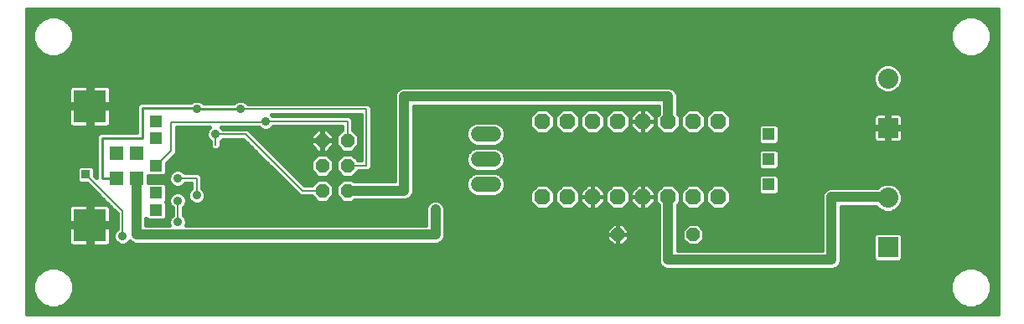
<source format=gbl>
G75*
G70*
%OFA0B0*%
%FSLAX24Y24*%
%IPPOS*%
%LPD*%
%AMOC8*
5,1,8,0,0,1.08239X$1,22.5*
%
%ADD10R,0.1306X0.1306*%
%ADD11R,0.0562X0.0562*%
%ADD12R,0.0476X0.0476*%
%ADD13OC8,0.0630*%
%ADD14OC8,0.0520*%
%ADD15C,0.0600*%
%ADD16OC8,0.0560*%
%ADD17R,0.0800X0.0800*%
%ADD18C,0.0800*%
%ADD19C,0.0160*%
%ADD20C,0.0356*%
%ADD21C,0.0300*%
%ADD22R,0.0356X0.0356*%
%ADD23C,0.0240*%
%ADD24C,0.0100*%
%ADD25C,0.0400*%
%ADD26C,0.0080*%
D10*
X004081Y003911D03*
X004081Y008651D03*
D11*
X005148Y006774D03*
X005935Y006774D03*
X005935Y005789D03*
X005148Y005789D03*
D12*
X006723Y006281D03*
X006723Y005199D03*
X006723Y004510D03*
X006723Y007364D03*
X006723Y008053D03*
X031081Y007531D03*
X031081Y006531D03*
X031081Y005531D03*
D13*
X029081Y005031D03*
X028081Y005031D03*
X027081Y005031D03*
X026081Y005031D03*
X025081Y005031D03*
X024081Y005031D03*
X023081Y005031D03*
X022081Y005031D03*
X022081Y008031D03*
X023081Y008031D03*
X024081Y008031D03*
X025081Y008031D03*
X026081Y008031D03*
X027081Y008031D03*
X028081Y008031D03*
X029081Y008031D03*
D14*
X028081Y003531D03*
X025081Y003531D03*
D15*
X020131Y005531D02*
X019531Y005531D01*
X019531Y006531D02*
X020131Y006531D01*
X020131Y007531D02*
X019531Y007531D01*
D16*
X014331Y007281D03*
X013331Y007281D03*
X013331Y006281D03*
X014331Y006281D03*
X014331Y005281D03*
X013331Y005281D03*
D17*
X035831Y003031D03*
X035831Y007781D03*
D18*
X035831Y009750D03*
X035831Y005000D03*
D19*
X001561Y000361D02*
X001561Y012501D01*
X040201Y012501D01*
X040201Y000361D01*
X001561Y000361D01*
X001561Y000499D02*
X040201Y000499D01*
X040201Y000657D02*
X039378Y000657D01*
X039292Y000621D02*
X039590Y000745D01*
X039817Y000973D01*
X039941Y001270D01*
X039941Y001593D01*
X039817Y001890D01*
X039590Y002118D01*
X039292Y002241D01*
X038970Y002241D01*
X038672Y002118D01*
X038444Y001890D01*
X038321Y001593D01*
X038321Y001270D01*
X038444Y000973D01*
X038672Y000745D01*
X038970Y000621D01*
X039292Y000621D01*
X038884Y000657D02*
X002878Y000657D01*
X002792Y000621D02*
X003090Y000745D01*
X003317Y000973D01*
X003441Y001270D01*
X003441Y001593D01*
X003317Y001890D01*
X003090Y002118D01*
X002792Y002241D01*
X002470Y002241D01*
X002172Y002118D01*
X001944Y001890D01*
X001821Y001593D01*
X001821Y001270D01*
X001944Y000973D01*
X002172Y000745D01*
X002470Y000621D01*
X002792Y000621D01*
X002384Y000657D02*
X001561Y000657D01*
X001561Y000816D02*
X002101Y000816D01*
X001944Y000974D02*
X001561Y000974D01*
X001561Y001133D02*
X001878Y001133D01*
X001821Y001291D02*
X001561Y001291D01*
X001561Y001450D02*
X001821Y001450D01*
X001827Y001608D02*
X001561Y001608D01*
X001561Y001767D02*
X001893Y001767D01*
X001979Y001925D02*
X001561Y001925D01*
X001561Y002084D02*
X002138Y002084D01*
X001561Y002242D02*
X026832Y002242D01*
X026866Y002209D02*
X027005Y002151D01*
X033505Y002151D01*
X033656Y002151D01*
X033796Y002209D01*
X033903Y002316D01*
X033961Y002456D01*
X033961Y004651D01*
X035359Y004651D01*
X035502Y004508D01*
X035715Y004420D01*
X035946Y004420D01*
X036159Y004508D01*
X036322Y004671D01*
X036411Y004885D01*
X036411Y005115D01*
X036322Y005328D01*
X036159Y005492D01*
X035946Y005580D01*
X035715Y005580D01*
X035502Y005492D01*
X035422Y005411D01*
X033505Y005411D01*
X033366Y005354D01*
X033259Y005247D01*
X033201Y005107D01*
X033201Y004956D01*
X033201Y002911D01*
X027461Y002911D01*
X027461Y004711D01*
X027576Y004826D01*
X027576Y005236D01*
X027286Y005526D01*
X026876Y005526D01*
X026586Y005236D01*
X026586Y004826D01*
X026701Y004711D01*
X026701Y002607D01*
X026701Y002456D01*
X026759Y002316D01*
X026866Y002209D01*
X026723Y002401D02*
X001561Y002401D01*
X001561Y002560D02*
X026701Y002560D01*
X026701Y002718D02*
X001561Y002718D01*
X001561Y002877D02*
X026701Y002877D01*
X026701Y003035D02*
X001561Y003035D01*
X001561Y003194D02*
X003259Y003194D01*
X003260Y003189D02*
X003284Y003148D01*
X003317Y003115D01*
X003359Y003091D01*
X003404Y003079D01*
X004001Y003079D01*
X004001Y003831D01*
X004161Y003831D01*
X004161Y003079D01*
X004757Y003079D01*
X004803Y003091D01*
X004844Y003115D01*
X004878Y003148D01*
X004901Y003189D01*
X004914Y003235D01*
X004914Y003831D01*
X004161Y003831D01*
X004161Y003991D01*
X004914Y003991D01*
X004914Y004588D01*
X004901Y004634D01*
X004893Y004649D01*
X005161Y004380D01*
X005161Y003768D01*
X005077Y003684D01*
X005023Y003553D01*
X005023Y003410D01*
X005077Y003279D01*
X005178Y003178D01*
X005310Y003123D01*
X005452Y003123D01*
X005584Y003178D01*
X005670Y003265D01*
X005726Y003209D01*
X005865Y003151D01*
X017755Y003151D01*
X017906Y003151D01*
X018046Y003209D01*
X018153Y003316D01*
X018211Y003456D01*
X018211Y004607D01*
X018153Y004747D01*
X018046Y004854D01*
X017906Y004911D01*
X017755Y004911D01*
X017616Y004854D01*
X017509Y004747D01*
X017451Y004607D01*
X017451Y003911D01*
X007919Y003911D01*
X007939Y003960D01*
X007939Y004103D01*
X007884Y004234D01*
X007801Y004318D01*
X007801Y004595D01*
X007884Y004679D01*
X007939Y004810D01*
X007939Y004953D01*
X007884Y005084D01*
X007784Y005185D01*
X007652Y005239D01*
X007510Y005239D01*
X007378Y005185D01*
X007277Y005084D01*
X007223Y004953D01*
X007223Y004810D01*
X007277Y004679D01*
X007361Y004595D01*
X007361Y004318D01*
X007277Y004234D01*
X007223Y004103D01*
X007223Y003960D01*
X007243Y003911D01*
X006321Y003911D01*
X006321Y004181D01*
X006410Y004092D01*
X007035Y004092D01*
X007140Y004197D01*
X007140Y004822D01*
X007108Y004854D01*
X007140Y004886D01*
X007140Y005511D01*
X007035Y005616D01*
X006410Y005616D01*
X006396Y005602D01*
X006396Y005878D01*
X006410Y005864D01*
X007035Y005864D01*
X007140Y005969D01*
X007140Y006388D01*
X007402Y006650D01*
X007531Y006779D01*
X007531Y007801D01*
X008844Y007801D01*
X008777Y007734D01*
X008723Y007603D01*
X008723Y007460D01*
X008777Y007329D01*
X008861Y007245D01*
X008861Y007022D01*
X008990Y006893D01*
X009172Y006893D01*
X009301Y007022D01*
X009301Y007245D01*
X009367Y007311D01*
X010190Y007311D01*
X012440Y005061D01*
X012622Y005061D01*
X012900Y005061D01*
X013140Y004821D01*
X013521Y004821D01*
X013791Y005091D01*
X013791Y005472D01*
X013521Y005741D01*
X013140Y005741D01*
X012900Y005501D01*
X012622Y005501D01*
X010501Y007623D01*
X010372Y007751D01*
X009367Y007751D01*
X009317Y007801D01*
X010804Y007801D01*
X010878Y007728D01*
X011010Y007673D01*
X011152Y007673D01*
X011284Y007728D01*
X011384Y007829D01*
X011386Y007833D01*
X014111Y007833D01*
X014111Y007712D01*
X013871Y007472D01*
X013871Y007091D01*
X014140Y006821D01*
X014521Y006821D01*
X014791Y007091D01*
X014791Y007472D01*
X014551Y007712D01*
X014551Y008144D01*
X014422Y008273D01*
X014240Y008273D01*
X011346Y008273D01*
X011307Y008311D01*
X014861Y008311D01*
X014861Y006501D01*
X014761Y006501D01*
X014521Y006741D01*
X014140Y006741D01*
X013871Y006472D01*
X013871Y006091D01*
X014140Y005821D01*
X014521Y005821D01*
X014761Y006061D01*
X014990Y006061D01*
X015172Y006061D01*
X015301Y006190D01*
X015301Y008440D01*
X015301Y008623D01*
X015172Y008751D01*
X010367Y008751D01*
X010284Y008835D01*
X010152Y008889D01*
X010010Y008889D01*
X009878Y008835D01*
X009804Y008761D01*
X008607Y008761D01*
X008534Y008835D01*
X008402Y008889D01*
X008260Y008889D01*
X008128Y008835D01*
X008104Y008811D01*
X006086Y008811D01*
X005951Y008677D01*
X005951Y008486D01*
X005951Y007611D01*
X004486Y007611D01*
X004351Y007477D01*
X004351Y007286D01*
X004351Y005885D01*
X004351Y005812D01*
X004279Y005884D01*
X004279Y006184D01*
X004173Y006289D01*
X003668Y006289D01*
X003563Y006184D01*
X003563Y005679D01*
X003668Y005573D01*
X003968Y005573D01*
X004818Y004723D01*
X004803Y004732D01*
X004757Y004744D01*
X004161Y004744D01*
X004161Y003991D01*
X004001Y003991D01*
X004001Y003831D01*
X003248Y003831D01*
X003248Y003235D01*
X003260Y003189D01*
X004001Y003194D02*
X004161Y003194D01*
X004161Y003352D02*
X004001Y003352D01*
X004001Y003511D02*
X004161Y003511D01*
X004161Y003669D02*
X004001Y003669D01*
X004001Y003828D02*
X004161Y003828D01*
X004161Y003986D02*
X005161Y003986D01*
X005161Y003828D02*
X004914Y003828D01*
X004914Y003669D02*
X005071Y003669D01*
X005023Y003511D02*
X004914Y003511D01*
X004914Y003352D02*
X005047Y003352D01*
X005162Y003194D02*
X004902Y003194D01*
X005599Y003194D02*
X005763Y003194D01*
X006321Y003986D02*
X007223Y003986D01*
X007240Y004145D02*
X007088Y004145D01*
X007140Y004304D02*
X007346Y004304D01*
X007361Y004462D02*
X007140Y004462D01*
X007140Y004621D02*
X007335Y004621D01*
X007826Y004621D02*
X017456Y004621D01*
X017451Y004462D02*
X007801Y004462D01*
X007815Y004304D02*
X017451Y004304D01*
X017451Y004145D02*
X007921Y004145D01*
X007939Y003986D02*
X017451Y003986D01*
X018211Y003986D02*
X026701Y003986D01*
X026701Y003828D02*
X025406Y003828D01*
X025521Y003714D02*
X025263Y003971D01*
X025081Y003971D01*
X025081Y003532D01*
X025081Y003532D01*
X025521Y003532D01*
X025521Y003714D01*
X025521Y003669D02*
X026701Y003669D01*
X026701Y003511D02*
X025521Y003511D01*
X025521Y003531D02*
X025081Y003531D01*
X025081Y003091D01*
X025263Y003091D01*
X025521Y003349D01*
X025521Y003531D01*
X025521Y003352D02*
X026701Y003352D01*
X026701Y003194D02*
X025365Y003194D01*
X025081Y003194D02*
X025081Y003194D01*
X025081Y003091D02*
X025081Y003531D01*
X025081Y003531D01*
X025081Y003532D01*
X025081Y003971D01*
X024899Y003971D01*
X024641Y003714D01*
X024641Y003532D01*
X025080Y003532D01*
X025080Y003531D01*
X024641Y003531D01*
X024641Y003349D01*
X024899Y003091D01*
X025081Y003091D01*
X024796Y003194D02*
X018009Y003194D01*
X018168Y003352D02*
X024641Y003352D01*
X024641Y003511D02*
X018211Y003511D01*
X018211Y003669D02*
X024641Y003669D01*
X024755Y003828D02*
X018211Y003828D01*
X018211Y004145D02*
X026701Y004145D01*
X026701Y004304D02*
X018211Y004304D01*
X018211Y004462D02*
X026701Y004462D01*
X026701Y004621D02*
X026370Y004621D01*
X026286Y004536D02*
X026576Y004826D01*
X026576Y005031D01*
X026081Y005031D01*
X026081Y004536D01*
X026286Y004536D01*
X026081Y004536D02*
X026081Y005031D01*
X026081Y005031D01*
X026081Y005032D01*
X026081Y005032D01*
X026081Y005526D01*
X026286Y005526D01*
X026576Y005236D01*
X026576Y005032D01*
X026081Y005032D01*
X026081Y005526D01*
X025876Y005526D01*
X025586Y005236D01*
X025586Y005032D01*
X026080Y005032D01*
X026080Y005031D01*
X025586Y005031D01*
X025586Y004826D01*
X025876Y004536D01*
X026081Y004536D01*
X026081Y004621D02*
X026081Y004621D01*
X025792Y004621D02*
X025370Y004621D01*
X025286Y004536D02*
X025576Y004826D01*
X025576Y005236D01*
X025286Y005526D01*
X024876Y005526D01*
X024586Y005236D01*
X024586Y004826D01*
X024876Y004536D01*
X025286Y004536D01*
X024792Y004621D02*
X024370Y004621D01*
X024286Y004536D02*
X024576Y004826D01*
X024576Y005031D01*
X024081Y005031D01*
X024081Y004536D01*
X024286Y004536D01*
X024081Y004536D02*
X024081Y005031D01*
X024081Y005031D01*
X024081Y005032D01*
X024081Y005032D01*
X024081Y005526D01*
X024286Y005526D01*
X024576Y005236D01*
X024576Y005032D01*
X024081Y005032D01*
X024081Y005526D01*
X023876Y005526D01*
X023586Y005236D01*
X023586Y005032D01*
X024080Y005032D01*
X024080Y005031D01*
X023586Y005031D01*
X023586Y004826D01*
X023876Y004536D01*
X024081Y004536D01*
X024081Y004621D02*
X024081Y004621D01*
X023792Y004621D02*
X023370Y004621D01*
X023286Y004536D02*
X023576Y004826D01*
X023576Y005236D01*
X023286Y005526D01*
X022876Y005526D01*
X022586Y005236D01*
X022586Y004826D01*
X022876Y004536D01*
X023286Y004536D01*
X022792Y004621D02*
X022370Y004621D01*
X022286Y004536D02*
X022576Y004826D01*
X022576Y005236D01*
X022286Y005526D01*
X021876Y005526D01*
X021586Y005236D01*
X021586Y004826D01*
X021876Y004536D01*
X022286Y004536D01*
X021792Y004621D02*
X018205Y004621D01*
X018120Y004779D02*
X021633Y004779D01*
X021586Y004938D02*
X016744Y004938D01*
X016796Y004959D02*
X016903Y005066D01*
X016961Y005206D01*
X016961Y005357D01*
X016961Y008651D01*
X026701Y008651D01*
X026701Y008351D01*
X026586Y008236D01*
X026586Y007826D01*
X026876Y007536D01*
X027286Y007536D01*
X027576Y007826D01*
X027576Y008236D01*
X027461Y008351D01*
X027461Y008956D01*
X027461Y009107D01*
X027403Y009247D01*
X027296Y009354D01*
X027156Y009411D01*
X016656Y009411D01*
X016505Y009411D01*
X016366Y009354D01*
X016259Y009247D01*
X016201Y009107D01*
X016201Y005661D01*
X014601Y005661D01*
X014521Y005741D01*
X014140Y005741D01*
X013871Y005472D01*
X013871Y005091D01*
X014140Y004821D01*
X014521Y004821D01*
X014601Y004901D01*
X016656Y004901D01*
X016796Y004959D01*
X016915Y005096D02*
X019327Y005096D01*
X019259Y005124D02*
X019435Y005051D01*
X020226Y005051D01*
X020403Y005124D01*
X020538Y005259D01*
X020611Y005436D01*
X020611Y005627D01*
X020538Y005803D01*
X020403Y005938D01*
X020226Y006011D01*
X019435Y006011D01*
X019259Y005938D01*
X019124Y005803D01*
X019051Y005627D01*
X019051Y005436D01*
X019124Y005259D01*
X019259Y005124D01*
X019129Y005255D02*
X016961Y005255D01*
X016961Y005413D02*
X019060Y005413D01*
X019051Y005572D02*
X016961Y005572D01*
X016961Y005730D02*
X019094Y005730D01*
X019210Y005889D02*
X016961Y005889D01*
X016961Y006048D02*
X040201Y006048D01*
X040201Y005889D02*
X031453Y005889D01*
X031499Y005844D02*
X031393Y005949D01*
X030768Y005949D01*
X030663Y005844D01*
X030663Y005219D01*
X030768Y005114D01*
X031393Y005114D01*
X031499Y005219D01*
X031499Y005844D01*
X031499Y005730D02*
X040201Y005730D01*
X040201Y005572D02*
X035965Y005572D01*
X035696Y005572D02*
X031499Y005572D01*
X031499Y005413D02*
X035424Y005413D01*
X036238Y005413D02*
X040201Y005413D01*
X040201Y005255D02*
X036353Y005255D01*
X036411Y005096D02*
X040201Y005096D01*
X040201Y004938D02*
X036411Y004938D01*
X036367Y004779D02*
X040201Y004779D01*
X040201Y004621D02*
X036272Y004621D01*
X036048Y004462D02*
X040201Y004462D01*
X040201Y004304D02*
X033961Y004304D01*
X033961Y004462D02*
X035614Y004462D01*
X035390Y004621D02*
X033961Y004621D01*
X033201Y004621D02*
X029370Y004621D01*
X029286Y004536D02*
X029576Y004826D01*
X029576Y005236D01*
X029286Y005526D01*
X028876Y005526D01*
X028586Y005236D01*
X028586Y004826D01*
X028876Y004536D01*
X029286Y004536D01*
X029529Y004779D02*
X033201Y004779D01*
X033201Y004938D02*
X029576Y004938D01*
X029576Y005096D02*
X033201Y005096D01*
X033267Y005255D02*
X031499Y005255D01*
X030663Y005255D02*
X029557Y005255D01*
X029399Y005413D02*
X030663Y005413D01*
X030663Y005572D02*
X020611Y005572D01*
X020601Y005413D02*
X021763Y005413D01*
X021604Y005255D02*
X020533Y005255D01*
X020334Y005096D02*
X021586Y005096D01*
X022557Y005255D02*
X022604Y005255D01*
X022586Y005096D02*
X022576Y005096D01*
X022576Y004938D02*
X022586Y004938D01*
X022633Y004779D02*
X022529Y004779D01*
X023529Y004779D02*
X023633Y004779D01*
X023586Y004938D02*
X023576Y004938D01*
X023576Y005096D02*
X023586Y005096D01*
X023604Y005255D02*
X023557Y005255D01*
X024081Y005255D02*
X024081Y005255D01*
X024081Y005096D02*
X024081Y005096D01*
X024081Y004938D02*
X024081Y004938D01*
X024081Y004779D02*
X024081Y004779D01*
X024529Y004779D02*
X024633Y004779D01*
X024586Y004938D02*
X024576Y004938D01*
X024576Y005096D02*
X024586Y005096D01*
X024604Y005255D02*
X024557Y005255D01*
X024399Y005413D02*
X024763Y005413D01*
X025399Y005413D02*
X025763Y005413D01*
X026081Y005413D02*
X026081Y005413D01*
X026399Y005413D02*
X026763Y005413D01*
X026604Y005255D02*
X026557Y005255D01*
X026576Y005096D02*
X026586Y005096D01*
X026576Y004938D02*
X026586Y004938D01*
X026633Y004779D02*
X026529Y004779D01*
X026081Y004779D02*
X026081Y004779D01*
X026081Y004938D02*
X026081Y004938D01*
X026081Y005096D02*
X026081Y005096D01*
X026081Y005255D02*
X026081Y005255D01*
X025604Y005255D02*
X025557Y005255D01*
X025576Y005096D02*
X025586Y005096D01*
X025576Y004938D02*
X025586Y004938D01*
X025633Y004779D02*
X025529Y004779D01*
X024081Y005413D02*
X024081Y005413D01*
X023763Y005413D02*
X023399Y005413D01*
X022763Y005413D02*
X022399Y005413D01*
X020568Y005730D02*
X030663Y005730D01*
X030708Y005889D02*
X020452Y005889D01*
X020403Y006124D02*
X020226Y006051D01*
X019435Y006051D01*
X019259Y006124D01*
X019124Y006259D01*
X019051Y006436D01*
X019051Y006627D01*
X019124Y006803D01*
X019259Y006938D01*
X019435Y007011D01*
X020226Y007011D01*
X020403Y006938D01*
X020538Y006803D01*
X020611Y006627D01*
X020611Y006436D01*
X020538Y006259D01*
X020403Y006124D01*
X020484Y006206D02*
X030676Y006206D01*
X030663Y006219D02*
X030768Y006114D01*
X031393Y006114D01*
X031499Y006219D01*
X031499Y006844D01*
X031393Y006949D01*
X030768Y006949D01*
X030663Y006844D01*
X030663Y006219D01*
X030663Y006365D02*
X020581Y006365D01*
X020611Y006523D02*
X030663Y006523D01*
X030663Y006682D02*
X020588Y006682D01*
X020501Y006840D02*
X030663Y006840D01*
X030768Y007114D02*
X031393Y007114D01*
X031499Y007219D01*
X031499Y007844D01*
X031393Y007949D01*
X030768Y007949D01*
X030663Y007844D01*
X030663Y007219D01*
X030768Y007114D01*
X030725Y007157D02*
X020436Y007157D01*
X020403Y007124D02*
X020538Y007259D01*
X020611Y007436D01*
X020611Y007627D01*
X020538Y007803D01*
X020403Y007938D01*
X020226Y008011D01*
X019435Y008011D01*
X019259Y007938D01*
X019124Y007803D01*
X019051Y007627D01*
X019051Y007436D01*
X019124Y007259D01*
X019259Y007124D01*
X019435Y007051D01*
X020226Y007051D01*
X020403Y007124D01*
X020257Y006999D02*
X040201Y006999D01*
X040201Y007157D02*
X031437Y007157D01*
X031499Y007316D02*
X035262Y007316D01*
X035263Y007312D02*
X035287Y007271D01*
X035320Y007237D01*
X035361Y007214D01*
X035407Y007201D01*
X035783Y007201D01*
X035783Y007733D01*
X035879Y007733D01*
X035879Y007201D01*
X036254Y007201D01*
X036300Y007214D01*
X036341Y007237D01*
X036375Y007271D01*
X036398Y007312D01*
X036411Y007358D01*
X036411Y007733D01*
X035879Y007733D01*
X035879Y007829D01*
X036411Y007829D01*
X036411Y008205D01*
X036398Y008251D01*
X036375Y008292D01*
X036341Y008325D01*
X036300Y008349D01*
X036254Y008361D01*
X035879Y008361D01*
X035879Y007830D01*
X035783Y007830D01*
X035783Y008361D01*
X035407Y008361D01*
X035361Y008349D01*
X035320Y008325D01*
X035287Y008292D01*
X035263Y008251D01*
X035251Y008205D01*
X035251Y007829D01*
X035783Y007829D01*
X035783Y007733D01*
X035251Y007733D01*
X035251Y007358D01*
X035263Y007312D01*
X035251Y007474D02*
X031499Y007474D01*
X031499Y007633D02*
X035251Y007633D01*
X035251Y007950D02*
X029576Y007950D01*
X029576Y007826D02*
X029286Y007536D01*
X028876Y007536D01*
X028586Y007826D01*
X028586Y008236D01*
X028876Y008526D01*
X029286Y008526D01*
X029576Y008236D01*
X029576Y007826D01*
X029541Y007791D02*
X030663Y007791D01*
X030663Y007633D02*
X029382Y007633D01*
X028779Y007633D02*
X028382Y007633D01*
X028286Y007536D02*
X027876Y007536D01*
X027586Y007826D01*
X027586Y008236D01*
X027876Y008526D01*
X028286Y008526D01*
X028576Y008236D01*
X028576Y007826D01*
X028286Y007536D01*
X027779Y007633D02*
X027382Y007633D01*
X027541Y007791D02*
X027621Y007791D01*
X027586Y007950D02*
X027576Y007950D01*
X027576Y008109D02*
X027586Y008109D01*
X027616Y008267D02*
X027545Y008267D01*
X027461Y008426D02*
X027775Y008426D01*
X027461Y008584D02*
X040201Y008584D01*
X040201Y008426D02*
X029386Y008426D01*
X029545Y008267D02*
X035272Y008267D01*
X035251Y008109D02*
X029576Y008109D01*
X028775Y008426D02*
X028386Y008426D01*
X028545Y008267D02*
X028616Y008267D01*
X028586Y008109D02*
X028576Y008109D01*
X028576Y007950D02*
X028586Y007950D01*
X028621Y007791D02*
X028541Y007791D01*
X026779Y007633D02*
X026382Y007633D01*
X026286Y007536D02*
X026576Y007826D01*
X026576Y008031D01*
X026081Y008031D01*
X026081Y007536D01*
X026286Y007536D01*
X026081Y007536D02*
X026081Y008031D01*
X026081Y008031D01*
X026081Y008032D01*
X026081Y008032D01*
X026081Y008526D01*
X026286Y008526D01*
X026576Y008236D01*
X026576Y008032D01*
X026081Y008032D01*
X026081Y008526D01*
X025876Y008526D01*
X025586Y008236D01*
X025586Y008032D01*
X026080Y008032D01*
X026080Y008031D01*
X025586Y008031D01*
X025586Y007826D01*
X025876Y007536D01*
X026081Y007536D01*
X026081Y007633D02*
X026081Y007633D01*
X026081Y007791D02*
X026081Y007791D01*
X026081Y007950D02*
X026081Y007950D01*
X026541Y007791D02*
X026621Y007791D01*
X026586Y007950D02*
X026576Y007950D01*
X026576Y008109D02*
X026586Y008109D01*
X026617Y008267D02*
X026545Y008267D01*
X026701Y008426D02*
X026386Y008426D01*
X026081Y008426D02*
X026081Y008426D01*
X026081Y008267D02*
X026081Y008267D01*
X026081Y008109D02*
X026081Y008109D01*
X025616Y008267D02*
X025545Y008267D01*
X025576Y008236D02*
X025286Y008526D01*
X024876Y008526D01*
X024586Y008236D01*
X024586Y007826D01*
X024876Y007536D01*
X025286Y007536D01*
X025576Y007826D01*
X025576Y008236D01*
X025576Y008109D02*
X025586Y008109D01*
X025576Y007950D02*
X025586Y007950D01*
X025621Y007791D02*
X025541Y007791D01*
X025382Y007633D02*
X025779Y007633D01*
X024779Y007633D02*
X024382Y007633D01*
X024286Y007536D02*
X024576Y007826D01*
X024576Y008236D01*
X024286Y008526D01*
X023876Y008526D01*
X023586Y008236D01*
X023586Y007826D01*
X023876Y007536D01*
X024286Y007536D01*
X023779Y007633D02*
X023382Y007633D01*
X023286Y007536D02*
X022876Y007536D01*
X022586Y007826D01*
X022586Y008236D01*
X022876Y008526D01*
X023286Y008526D01*
X023576Y008236D01*
X023576Y007826D01*
X023286Y007536D01*
X022779Y007633D02*
X022382Y007633D01*
X022286Y007536D02*
X022576Y007826D01*
X022576Y008236D01*
X022286Y008526D01*
X021876Y008526D01*
X021586Y008236D01*
X021586Y007826D01*
X021876Y007536D01*
X022286Y007536D01*
X021779Y007633D02*
X020608Y007633D01*
X020611Y007474D02*
X030663Y007474D01*
X030663Y007316D02*
X020561Y007316D01*
X019405Y006999D02*
X016961Y006999D01*
X016961Y007157D02*
X019226Y007157D01*
X019100Y007316D02*
X016961Y007316D01*
X016961Y007474D02*
X019051Y007474D01*
X019053Y007633D02*
X016961Y007633D01*
X016961Y007791D02*
X019119Y007791D01*
X019287Y007950D02*
X016961Y007950D01*
X016961Y008109D02*
X021586Y008109D01*
X021616Y008267D02*
X016961Y008267D01*
X016961Y008426D02*
X021775Y008426D01*
X022386Y008426D02*
X022775Y008426D01*
X022616Y008267D02*
X022545Y008267D01*
X022576Y008109D02*
X022586Y008109D01*
X022576Y007950D02*
X022586Y007950D01*
X022621Y007791D02*
X022541Y007791D01*
X021621Y007791D02*
X020543Y007791D01*
X020374Y007950D02*
X021586Y007950D01*
X023386Y008426D02*
X023775Y008426D01*
X023616Y008267D02*
X023545Y008267D01*
X023576Y008109D02*
X023586Y008109D01*
X023576Y007950D02*
X023586Y007950D01*
X023621Y007791D02*
X023541Y007791D01*
X024541Y007791D02*
X024621Y007791D01*
X024586Y007950D02*
X024576Y007950D01*
X024576Y008109D02*
X024586Y008109D01*
X024616Y008267D02*
X024545Y008267D01*
X024386Y008426D02*
X024775Y008426D01*
X025386Y008426D02*
X025775Y008426D01*
X026701Y008584D02*
X016961Y008584D01*
X016201Y008584D02*
X015301Y008584D01*
X015301Y008426D02*
X016201Y008426D01*
X016201Y008267D02*
X015301Y008267D01*
X015301Y008109D02*
X016201Y008109D01*
X016201Y007950D02*
X015301Y007950D01*
X015301Y007791D02*
X016201Y007791D01*
X016201Y007633D02*
X015301Y007633D01*
X015301Y007474D02*
X016201Y007474D01*
X016201Y007316D02*
X015301Y007316D01*
X015301Y007157D02*
X016201Y007157D01*
X016201Y006999D02*
X015301Y006999D01*
X015301Y006840D02*
X016201Y006840D01*
X016201Y006682D02*
X015301Y006682D01*
X015301Y006523D02*
X016201Y006523D01*
X016201Y006365D02*
X015301Y006365D01*
X015301Y006206D02*
X016201Y006206D01*
X016201Y006048D02*
X014747Y006048D01*
X014589Y005889D02*
X016201Y005889D01*
X016201Y005730D02*
X014532Y005730D01*
X014129Y005730D02*
X013532Y005730D01*
X013521Y005821D02*
X013140Y005821D01*
X012871Y006091D01*
X012871Y006472D01*
X013140Y006741D01*
X013521Y006741D01*
X013791Y006472D01*
X013791Y006091D01*
X013521Y005821D01*
X013589Y005889D02*
X014073Y005889D01*
X013914Y006048D02*
X013747Y006048D01*
X013073Y005889D02*
X012234Y005889D01*
X012076Y006048D02*
X012914Y006048D01*
X012871Y006206D02*
X011917Y006206D01*
X011759Y006365D02*
X012871Y006365D01*
X012922Y006523D02*
X011600Y006523D01*
X011442Y006682D02*
X013081Y006682D01*
X013581Y006682D02*
X014081Y006682D01*
X013922Y006523D02*
X013740Y006523D01*
X013791Y006365D02*
X013871Y006365D01*
X013871Y006206D02*
X013791Y006206D01*
X014581Y006682D02*
X014861Y006682D01*
X014861Y006523D02*
X014740Y006523D01*
X014861Y006840D02*
X014540Y006840D01*
X014699Y006999D02*
X014861Y006999D01*
X014861Y007157D02*
X014791Y007157D01*
X014791Y007316D02*
X014861Y007316D01*
X014861Y007474D02*
X014788Y007474D01*
X014861Y007633D02*
X014630Y007633D01*
X014551Y007791D02*
X014861Y007791D01*
X014861Y007950D02*
X014551Y007950D01*
X014111Y007791D02*
X011347Y007791D01*
X010814Y007791D02*
X009327Y007791D01*
X008834Y007791D02*
X007531Y007791D01*
X007531Y007633D02*
X008735Y007633D01*
X008723Y007474D02*
X007531Y007474D01*
X007531Y007316D02*
X008790Y007316D01*
X008861Y007157D02*
X007531Y007157D01*
X007531Y006999D02*
X008884Y006999D01*
X009277Y006999D02*
X010502Y006999D01*
X010344Y007157D02*
X009301Y007157D01*
X010490Y007633D02*
X013032Y007633D01*
X013140Y007741D02*
X012871Y007472D01*
X012871Y007291D01*
X013321Y007291D01*
X013321Y007271D01*
X013341Y007271D01*
X013341Y006821D01*
X013521Y006821D01*
X013791Y007091D01*
X013791Y007271D01*
X013341Y007271D01*
X013341Y007291D01*
X013791Y007291D01*
X013791Y007472D01*
X013521Y007741D01*
X013341Y007741D01*
X013341Y007292D01*
X013321Y007292D01*
X013321Y007741D01*
X013140Y007741D01*
X013321Y007633D02*
X013341Y007633D01*
X013341Y007474D02*
X013321Y007474D01*
X013630Y007633D02*
X014032Y007633D01*
X013873Y007474D02*
X013788Y007474D01*
X013791Y007316D02*
X013871Y007316D01*
X013871Y007157D02*
X013791Y007157D01*
X013699Y006999D02*
X013963Y006999D01*
X014121Y006840D02*
X013540Y006840D01*
X013341Y006840D02*
X013321Y006840D01*
X013321Y006821D02*
X013321Y007271D01*
X012871Y007271D01*
X012871Y007091D01*
X013140Y006821D01*
X013321Y006821D01*
X013121Y006840D02*
X011283Y006840D01*
X011124Y006999D02*
X012963Y006999D01*
X012871Y007157D02*
X010966Y007157D01*
X010807Y007316D02*
X012871Y007316D01*
X013321Y007316D02*
X013341Y007316D01*
X013341Y007157D02*
X013321Y007157D01*
X013321Y006999D02*
X013341Y006999D01*
X012873Y007474D02*
X010649Y007474D01*
X010661Y006840D02*
X007531Y006840D01*
X007434Y006682D02*
X010819Y006682D01*
X010978Y006523D02*
X007275Y006523D01*
X007140Y006365D02*
X011136Y006365D01*
X011295Y006206D02*
X007140Y006206D01*
X007277Y005984D02*
X007378Y006085D01*
X007510Y006139D01*
X007652Y006139D01*
X007784Y006085D01*
X007867Y006001D01*
X008240Y006001D01*
X008422Y006001D01*
X008551Y005873D01*
X008551Y005388D01*
X008634Y005304D01*
X008689Y005173D01*
X008689Y005030D01*
X008634Y004899D01*
X008534Y004798D01*
X008402Y004743D01*
X008260Y004743D01*
X008128Y004798D01*
X008027Y004899D01*
X007973Y005030D01*
X007973Y005173D01*
X008027Y005304D01*
X008111Y005388D01*
X008111Y005561D01*
X007867Y005561D01*
X007784Y005478D01*
X007652Y005423D01*
X007510Y005423D01*
X007378Y005478D01*
X007277Y005579D01*
X007223Y005710D01*
X007223Y005853D01*
X007277Y005984D01*
X007340Y006048D02*
X007140Y006048D01*
X007060Y005889D02*
X007238Y005889D01*
X007223Y005730D02*
X006396Y005730D01*
X007079Y005572D02*
X007284Y005572D01*
X007140Y005413D02*
X008111Y005413D01*
X008007Y005255D02*
X007140Y005255D01*
X007140Y005096D02*
X007289Y005096D01*
X007223Y004938D02*
X007140Y004938D01*
X007140Y004779D02*
X007236Y004779D01*
X007926Y004779D02*
X008173Y004779D01*
X008011Y004938D02*
X007939Y004938D01*
X007973Y005096D02*
X007872Y005096D01*
X008489Y004779D02*
X017541Y004779D01*
X014024Y004938D02*
X013638Y004938D01*
X013791Y005096D02*
X013871Y005096D01*
X013871Y005255D02*
X013791Y005255D01*
X013791Y005413D02*
X013871Y005413D01*
X013971Y005572D02*
X013691Y005572D01*
X013129Y005730D02*
X012393Y005730D01*
X012551Y005572D02*
X012971Y005572D01*
X012088Y005413D02*
X008551Y005413D01*
X008551Y005572D02*
X011929Y005572D01*
X011771Y005730D02*
X008551Y005730D01*
X008534Y005889D02*
X011612Y005889D01*
X011454Y006048D02*
X007821Y006048D01*
X008655Y005255D02*
X012246Y005255D01*
X012405Y005096D02*
X008689Y005096D01*
X008651Y004938D02*
X013024Y004938D01*
X016961Y006206D02*
X019177Y006206D01*
X019080Y006365D02*
X016961Y006365D01*
X016961Y006523D02*
X019051Y006523D01*
X019074Y006682D02*
X016961Y006682D01*
X016961Y006840D02*
X019161Y006840D01*
X014861Y008109D02*
X014551Y008109D01*
X014428Y008267D02*
X014861Y008267D01*
X015181Y008743D02*
X016201Y008743D01*
X016201Y008901D02*
X004914Y008901D01*
X004914Y009060D02*
X016201Y009060D01*
X016247Y009218D02*
X004914Y009218D01*
X004914Y009328D02*
X004901Y009374D01*
X004878Y009415D01*
X004844Y009448D01*
X004803Y009472D01*
X004757Y009484D01*
X004161Y009484D01*
X004161Y008732D01*
X004001Y008732D01*
X004001Y009484D01*
X003404Y009484D01*
X003359Y009472D01*
X003317Y009448D01*
X003284Y009415D01*
X003260Y009374D01*
X003248Y009328D01*
X003248Y008731D01*
X004001Y008731D01*
X004001Y008571D01*
X004161Y008571D01*
X004161Y007819D01*
X004757Y007819D01*
X004803Y007831D01*
X004844Y007855D01*
X004878Y007888D01*
X004901Y007929D01*
X004914Y007975D01*
X004914Y008571D01*
X004161Y008571D01*
X004161Y008731D01*
X004914Y008731D01*
X004914Y009328D01*
X004899Y009377D02*
X016422Y009377D01*
X006017Y008743D02*
X004914Y008743D01*
X004914Y008426D02*
X005951Y008426D01*
X005951Y008584D02*
X004161Y008584D01*
X004161Y008426D02*
X004001Y008426D01*
X004001Y008571D02*
X004001Y007819D01*
X003404Y007819D01*
X003359Y007831D01*
X003317Y007855D01*
X003284Y007888D01*
X003260Y007929D01*
X003248Y007975D01*
X003248Y008571D01*
X004001Y008571D01*
X004001Y008584D02*
X001561Y008584D01*
X001561Y008426D02*
X003248Y008426D01*
X003248Y008267D02*
X001561Y008267D01*
X001561Y008109D02*
X003248Y008109D01*
X004001Y008109D02*
X004161Y008109D01*
X004161Y008267D02*
X004001Y008267D01*
X004001Y007950D02*
X004161Y007950D01*
X004907Y007950D02*
X005951Y007950D01*
X005951Y007791D02*
X001561Y007791D01*
X001561Y007633D02*
X005951Y007633D01*
X005951Y008109D02*
X004914Y008109D01*
X004914Y008267D02*
X005951Y008267D01*
X004161Y008743D02*
X004001Y008743D01*
X003248Y008743D02*
X001561Y008743D01*
X001561Y008901D02*
X003248Y008901D01*
X003248Y009060D02*
X001561Y009060D01*
X001561Y009218D02*
X003248Y009218D01*
X003262Y009377D02*
X001561Y009377D01*
X001561Y009535D02*
X035292Y009535D01*
X035251Y009635D02*
X035339Y009421D01*
X035502Y009258D01*
X035715Y009170D01*
X035946Y009170D01*
X036159Y009258D01*
X036322Y009421D01*
X036411Y009635D01*
X036411Y009865D01*
X036322Y010078D01*
X036159Y010242D01*
X035946Y010330D01*
X035715Y010330D01*
X035502Y010242D01*
X035339Y010078D01*
X035251Y009865D01*
X035251Y009635D01*
X035251Y009694D02*
X001561Y009694D01*
X001561Y009853D02*
X035251Y009853D01*
X035311Y010011D02*
X001561Y010011D01*
X001561Y010170D02*
X035430Y010170D01*
X035711Y010328D02*
X001561Y010328D01*
X001561Y010487D02*
X040201Y010487D01*
X040201Y010645D02*
X039349Y010645D01*
X039292Y010621D02*
X039590Y010745D01*
X039817Y010973D01*
X039941Y011270D01*
X039941Y011593D01*
X039817Y011890D01*
X039590Y012118D01*
X039292Y012241D01*
X038970Y012241D01*
X038672Y012118D01*
X038444Y011890D01*
X038321Y011593D01*
X038321Y011270D01*
X038444Y010973D01*
X038672Y010745D01*
X038970Y010621D01*
X039292Y010621D01*
X038912Y010645D02*
X002849Y010645D01*
X002792Y010621D02*
X003090Y010745D01*
X003317Y010973D01*
X003441Y011270D01*
X003441Y011593D01*
X003317Y011890D01*
X003090Y012118D01*
X002792Y012241D01*
X002470Y012241D01*
X002172Y012118D01*
X001944Y011890D01*
X001821Y011593D01*
X001821Y011270D01*
X001944Y010973D01*
X002172Y010745D01*
X002470Y010621D01*
X002792Y010621D01*
X002412Y010645D02*
X001561Y010645D01*
X001561Y010804D02*
X002113Y010804D01*
X001954Y010962D02*
X001561Y010962D01*
X001561Y011121D02*
X001883Y011121D01*
X001821Y011279D02*
X001561Y011279D01*
X001561Y011438D02*
X001821Y011438D01*
X001823Y011597D02*
X001561Y011597D01*
X001561Y011755D02*
X001888Y011755D01*
X001968Y011914D02*
X001561Y011914D01*
X001561Y012072D02*
X002126Y012072D01*
X002444Y012231D02*
X001561Y012231D01*
X001561Y012389D02*
X040201Y012389D01*
X040201Y012231D02*
X039317Y012231D01*
X038944Y012231D02*
X002817Y012231D01*
X003135Y012072D02*
X038626Y012072D01*
X038468Y011914D02*
X003294Y011914D01*
X003373Y011755D02*
X038388Y011755D01*
X038323Y011597D02*
X003439Y011597D01*
X003441Y011438D02*
X038321Y011438D01*
X038321Y011279D02*
X003441Y011279D01*
X003379Y011121D02*
X038383Y011121D01*
X038454Y010962D02*
X003307Y010962D01*
X003149Y010804D02*
X038613Y010804D01*
X039649Y010804D02*
X040201Y010804D01*
X040201Y010962D02*
X039807Y010962D01*
X039879Y011121D02*
X040201Y011121D01*
X040201Y011279D02*
X039941Y011279D01*
X039941Y011438D02*
X040201Y011438D01*
X040201Y011597D02*
X039939Y011597D01*
X039873Y011755D02*
X040201Y011755D01*
X040201Y011914D02*
X039794Y011914D01*
X039635Y012072D02*
X040201Y012072D01*
X040201Y010328D02*
X035950Y010328D01*
X036231Y010170D02*
X040201Y010170D01*
X040201Y010011D02*
X036350Y010011D01*
X036411Y009853D02*
X040201Y009853D01*
X040201Y009694D02*
X036411Y009694D01*
X036370Y009535D02*
X040201Y009535D01*
X040201Y009377D02*
X036278Y009377D01*
X036063Y009218D02*
X040201Y009218D01*
X040201Y009060D02*
X027461Y009060D01*
X027461Y008901D02*
X040201Y008901D01*
X040201Y008743D02*
X027461Y008743D01*
X027415Y009218D02*
X035598Y009218D01*
X035384Y009377D02*
X027240Y009377D01*
X031499Y007791D02*
X035783Y007791D01*
X035879Y007791D02*
X040201Y007791D01*
X040201Y007633D02*
X036411Y007633D01*
X036411Y007474D02*
X040201Y007474D01*
X040201Y007316D02*
X036399Y007316D01*
X035879Y007316D02*
X035783Y007316D01*
X035783Y007474D02*
X035879Y007474D01*
X035879Y007633D02*
X035783Y007633D01*
X035783Y007950D02*
X035879Y007950D01*
X036411Y007950D02*
X040201Y007950D01*
X040201Y008109D02*
X036411Y008109D01*
X036389Y008267D02*
X040201Y008267D01*
X040201Y006840D02*
X031499Y006840D01*
X031499Y006682D02*
X040201Y006682D01*
X040201Y006523D02*
X031499Y006523D01*
X031499Y006365D02*
X040201Y006365D01*
X040201Y006206D02*
X031486Y006206D01*
X028763Y005413D02*
X028399Y005413D01*
X028286Y005526D02*
X027876Y005526D01*
X027586Y005236D01*
X027586Y004826D01*
X027876Y004536D01*
X028286Y004536D01*
X028576Y004826D01*
X028576Y005236D01*
X028286Y005526D01*
X027763Y005413D02*
X027399Y005413D01*
X027557Y005255D02*
X027604Y005255D01*
X027586Y005096D02*
X027576Y005096D01*
X027576Y004938D02*
X027586Y004938D01*
X027633Y004779D02*
X027529Y004779D01*
X027461Y004621D02*
X027792Y004621D01*
X027461Y004462D02*
X033201Y004462D01*
X033201Y004304D02*
X027461Y004304D01*
X027461Y004145D02*
X033201Y004145D01*
X033201Y003986D02*
X027461Y003986D01*
X027461Y003828D02*
X027755Y003828D01*
X027641Y003714D02*
X027641Y003349D01*
X027899Y003091D01*
X028263Y003091D01*
X028521Y003349D01*
X028521Y003714D01*
X028263Y003971D01*
X027899Y003971D01*
X027641Y003714D01*
X027641Y003669D02*
X027461Y003669D01*
X027461Y003511D02*
X027641Y003511D01*
X027641Y003352D02*
X027461Y003352D01*
X027461Y003194D02*
X027796Y003194D01*
X027461Y003035D02*
X033201Y003035D01*
X033201Y003194D02*
X028365Y003194D01*
X028521Y003352D02*
X033201Y003352D01*
X033201Y003511D02*
X028521Y003511D01*
X028521Y003669D02*
X033201Y003669D01*
X033201Y003828D02*
X028406Y003828D01*
X028370Y004621D02*
X028792Y004621D01*
X028633Y004779D02*
X028529Y004779D01*
X028576Y004938D02*
X028586Y004938D01*
X028576Y005096D02*
X028586Y005096D01*
X028604Y005255D02*
X028557Y005255D01*
X025081Y003828D02*
X025081Y003828D01*
X025081Y003669D02*
X025081Y003669D01*
X025081Y003511D02*
X025081Y003511D01*
X025081Y003352D02*
X025081Y003352D01*
X033829Y002242D02*
X040201Y002242D01*
X040201Y002084D02*
X039624Y002084D01*
X039782Y001925D02*
X040201Y001925D01*
X040201Y001767D02*
X039868Y001767D01*
X039934Y001608D02*
X040201Y001608D01*
X040201Y001450D02*
X039941Y001450D01*
X039941Y001291D02*
X040201Y001291D01*
X040201Y001133D02*
X039884Y001133D01*
X039818Y000974D02*
X040201Y000974D01*
X040201Y000816D02*
X039660Y000816D01*
X038601Y000816D02*
X003160Y000816D01*
X003318Y000974D02*
X038444Y000974D01*
X038378Y001133D02*
X003384Y001133D01*
X003441Y001291D02*
X038321Y001291D01*
X038321Y001450D02*
X003441Y001450D01*
X003434Y001608D02*
X038327Y001608D01*
X038393Y001767D02*
X003368Y001767D01*
X003282Y001925D02*
X038479Y001925D01*
X038638Y002084D02*
X003124Y002084D01*
X003248Y003352D02*
X001561Y003352D01*
X001561Y003511D02*
X003248Y003511D01*
X003248Y003669D02*
X001561Y003669D01*
X001561Y003828D02*
X003248Y003828D01*
X004001Y003986D02*
X001561Y003986D01*
X001561Y004145D02*
X003248Y004145D01*
X003248Y003991D02*
X004001Y003991D01*
X004001Y004744D01*
X003404Y004744D01*
X003359Y004732D01*
X003317Y004708D01*
X003284Y004675D01*
X003260Y004634D01*
X003248Y004588D01*
X003248Y003991D01*
X004001Y004145D02*
X004161Y004145D01*
X004161Y004304D02*
X004001Y004304D01*
X004001Y004462D02*
X004161Y004462D01*
X004161Y004621D02*
X004001Y004621D01*
X003257Y004621D02*
X001561Y004621D01*
X001561Y004462D02*
X003248Y004462D01*
X003248Y004304D02*
X001561Y004304D01*
X001561Y004779D02*
X004762Y004779D01*
X004603Y004938D02*
X001561Y004938D01*
X001561Y005096D02*
X004445Y005096D01*
X004286Y005255D02*
X001561Y005255D01*
X001561Y005413D02*
X004128Y005413D01*
X003969Y005572D02*
X001561Y005572D01*
X001561Y005730D02*
X003563Y005730D01*
X003563Y005889D02*
X001561Y005889D01*
X001561Y006048D02*
X003563Y006048D01*
X003585Y006206D02*
X001561Y006206D01*
X001561Y006365D02*
X004351Y006365D01*
X004351Y006523D02*
X001561Y006523D01*
X001561Y006682D02*
X004351Y006682D01*
X004351Y006840D02*
X001561Y006840D01*
X001561Y006999D02*
X004351Y006999D01*
X004351Y007157D02*
X001561Y007157D01*
X001561Y007316D02*
X004351Y007316D01*
X004351Y007474D02*
X001561Y007474D01*
X001561Y007950D02*
X003255Y007950D01*
X004001Y008901D02*
X004161Y008901D01*
X004161Y009060D02*
X004001Y009060D01*
X004001Y009218D02*
X004161Y009218D01*
X004161Y009377D02*
X004001Y009377D01*
X004257Y006206D02*
X004351Y006206D01*
X004351Y006048D02*
X004279Y006048D01*
X004279Y005889D02*
X004351Y005889D01*
X004905Y004621D02*
X004920Y004621D01*
X004914Y004462D02*
X005079Y004462D01*
X005161Y004304D02*
X004914Y004304D01*
X004914Y004145D02*
X005161Y004145D01*
X006321Y004145D02*
X006357Y004145D01*
X033961Y004145D02*
X040201Y004145D01*
X040201Y003986D02*
X033961Y003986D01*
X033961Y003828D02*
X040201Y003828D01*
X040201Y003669D02*
X033961Y003669D01*
X033961Y003511D02*
X035256Y003511D01*
X035251Y003506D02*
X035251Y002557D01*
X035356Y002451D01*
X036305Y002451D01*
X036411Y002557D01*
X036411Y003506D01*
X036305Y003611D01*
X035356Y003611D01*
X035251Y003506D01*
X035251Y003352D02*
X033961Y003352D01*
X033961Y003194D02*
X035251Y003194D01*
X035251Y003035D02*
X033961Y003035D01*
X033961Y002877D02*
X035251Y002877D01*
X035251Y002718D02*
X033961Y002718D01*
X033961Y002560D02*
X035251Y002560D01*
X036411Y002560D02*
X040201Y002560D01*
X040201Y002401D02*
X033938Y002401D01*
X036411Y002718D02*
X040201Y002718D01*
X040201Y002877D02*
X036411Y002877D01*
X036411Y003035D02*
X040201Y003035D01*
X040201Y003194D02*
X036411Y003194D01*
X036411Y003352D02*
X040201Y003352D01*
X040201Y003511D02*
X036406Y003511D01*
X035879Y008109D02*
X035783Y008109D01*
X035783Y008267D02*
X035879Y008267D01*
D20*
X017831Y004531D03*
X010681Y005881D03*
X008331Y005101D03*
X007581Y004881D03*
X007581Y004031D03*
X005381Y003481D03*
X007581Y005781D03*
X009081Y007531D03*
X011081Y008031D03*
X010081Y008531D03*
X008331Y008531D03*
D21*
X010681Y006181D02*
X010681Y005881D01*
D22*
X008321Y007111D03*
X003921Y005931D03*
X006881Y009981D03*
D23*
X006881Y009781D01*
D24*
X006181Y008581D02*
X008331Y008581D01*
X008331Y008531D01*
X010081Y008531D01*
X006181Y008581D02*
X006181Y007381D01*
X004581Y007381D01*
X004581Y005789D01*
X005148Y005789D01*
X008201Y007111D02*
X008321Y007111D01*
D25*
X005941Y005789D02*
X005941Y003531D01*
X017831Y003531D01*
X017831Y004531D01*
X016581Y005281D02*
X014331Y005281D01*
X016581Y005281D02*
X016581Y009031D01*
X027081Y009031D01*
X027081Y008031D01*
X027081Y005031D02*
X027081Y002531D01*
X033581Y002531D01*
X033581Y005031D01*
X035831Y005031D01*
X035831Y005000D01*
X005941Y005789D02*
X005935Y005789D01*
D26*
X006723Y006281D02*
X007311Y006870D01*
X007311Y008021D01*
X011071Y008021D01*
X011081Y008031D01*
X011081Y008053D01*
X014331Y008053D01*
X014331Y007281D01*
X014331Y006281D02*
X015081Y006281D01*
X015081Y008531D01*
X010081Y008531D01*
X010281Y007531D02*
X009081Y007531D01*
X009081Y007113D01*
X010281Y007531D02*
X012531Y005281D01*
X013331Y005281D01*
X008331Y005101D02*
X008331Y005781D01*
X007581Y005781D01*
X007581Y004881D02*
X007581Y004031D01*
X005381Y004471D02*
X005381Y003481D01*
X005381Y004471D02*
X003921Y005931D01*
M02*

</source>
